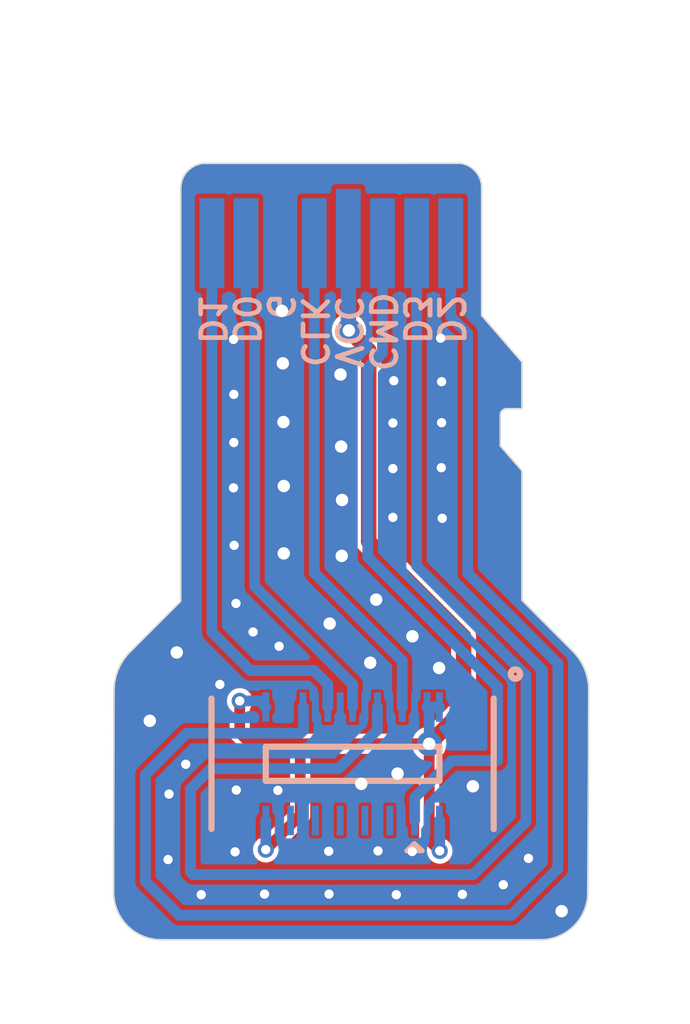
<source format=kicad_pcb>
(kicad_pcb (version 20221018) (generator pcbnew)
  (layers (0 "F.Cu" signal) (1 "In1.Cu" signal) (2 "In2.Cu" signal) (31 "B.Cu" signal) (34 "B.Paste" user) (35 "F.Paste" user) (36 "B.SilkS" user "B.Silkscreen") (37 "F.SilkS" user "F.Silkscreen") (38 "B.Mask" user) (39 "F.Mask" user) (44 "Edge.Cuts" user))
  (net 0 "")
  (net 1 "VSS")
  (net 2 "VCC")
  (net 3 "DAT0")
  (net 4 "DAT1")
  (net 5 "DAT2")
  (net 6 "DAT3")
  (net 7 "DAT4")
  (net 8 "DAT5")
  (net 9 "DAT6")
  (net 10 "DAT7")
  (net 11 "DS")
  (net 12 "CMD")
  (net 13 "CLK")
  (footprint "mmcblkNX:500913-0302" (layer "B.Cu") (at 144.81 90.865)
    (fp_text reference "J2" hide)
    (fp_text value "500913-0302" hide)
    (fp_line (start -4.8 -2.1) (end -4.8 2.1) (stroke (width 0.2)) (layer "B.SilkS"))
    (fp_line (start -3.05 -0.55) (end -3.05 0.55) (stroke (width 0.2)) (layer "B.SilkS"))
    (fp_line (start -3.05 0.55) (end 2.55 0.55) (stroke (width 0.2)) (layer "B.SilkS"))
    (fp_line (start 2.55 -0.55) (end -3.05 -0.55) (stroke (width 0.2)) (layer "B.SilkS"))
    (fp_line (start 2.55 0.55) (end 2.55 -0.55) (stroke (width 0.2)) (layer "B.SilkS"))
    (fp_line (start 4.3 -2.1) (end 4.3 2.1) (stroke (width 0.2)) (layer "B.SilkS"))
    (fp_circle (center 5 -2.89) (end 4.85 -2.89) (stroke (width 0.2)) (fill none) (layer "B.SilkS"))
    (fp_circle (center 5 -2.89) (end 4.95 -2.89) (stroke (width 0.2)) (fill none) (layer "B.SilkS"))
    (pad "1" smd rect (at 2.55 -1.825) (size 0.22 0.95) (layers "B.Cu" "B.Paste" "B.Mask") (net 2 "VCC"))
    (pad "2" smd rect (at 2.15 -1.825) (size 0.22 0.95) (layers "B.Cu" "B.Paste" "B.Mask") (net 2 "VCC"))
    (pad "3" smd rect (at 1.75 -1.825) (size 0.22 0.95) (layers "B.Cu" "B.Paste" "B.Mask") (net 1 "VSS"))
    (pad "4" smd rect (at 1.35 -1.825) (size 0.22 0.95) (layers "B.Cu" "B.Paste" "B.Mask") (net 13 "CLK"))
    (pad "5" smd rect (at 0.95 -1.825) (size 0.22 0.95) (layers "B.Cu" "B.Paste" "B.Mask") (net 1 "VSS"))
    (pad "6" smd rect (at 0.55 -1.825) (size 0.22 0.95) (layers "B.Cu" "B.Paste" "B.Mask") (net 6 "DAT3"))
    (pad "7" smd rect (at 0.15 -1.825) (size 0.22 0.95) (layers "B.Cu" "B.Paste" "B.Mask") (net 1 "VSS"))
    (pad "8" smd rect (at -0.25 -1.825) (size 0.22 0.95) (layers "B.Cu" "B.Paste" "B.Mask") (net 3 "DAT0"))
    (pad "9" smd rect (at -0.65 -1.825) (size 0.22 0.95) (layers "B.Cu" "B.Paste" "B.Mask") (net 1 "VSS"))
    (pad "10" smd rect (at -1.05 -1.825) (size 0.22 0.95) (layers "B.Cu" "B.Paste" "B.Mask") (net 4 "DAT1"))
    (pad "11" smd rect (at -1.45 -1.825) (size 0.22 0.95) (layers "B.Cu" "B.Paste" "B.Mask") (net 1 "VSS"))
    (pad "12" smd rect (at -1.85 -1.825) (size 0.22 0.95) (layers "B.Cu" "B.Paste" "B.Mask") (net 5 "DAT2"))
    (pad "13" smd rect (at -2.25 -1.825) (size 0.22 0.95) (layers "B.Cu" "B.Paste" "B.Mask") (net 1 "VSS"))
    (pad "14" smd rect (at -2.65 -1.825) (size 0.22 0.95) (layers "B.Cu" "B.Paste" "B.Mask") (net 1 "VSS"))
    (pad "15" smd rect (at -3.05 -1.825) (size 0.22 0.95) (layers "B.Cu" "B.Paste" "B.Mask") (net 2 "VCC"))
    (pad "16" smd rect (at -3.05 1.825) (size 0.22 0.95) (layers "B.Cu" "B.Paste" "B.Mask") (net 2 "VCC"))
    (pad "17" smd rect (at -2.65 1.825) (size 0.22 0.95) (layers "B.Cu" "B.Paste" "B.Mask") (net 1 "VSS"))
    (pad "18" smd rect (at -2.25 1.825) (size 0.22 0.95) (layers "B.Cu" "B.Paste" "B.Mask") (net 10 "DAT7"))
    (pad "19" smd rect (at -1.85 1.825) (size 0.22 0.95) (layers "B.Cu" "B.Paste" "B.Mask") (net 1 "VSS"))
    (pad "20" smd rect (at -1.45 1.825) (size 0.22 0.95) (layers "B.Cu" "B.Paste" "B.Mask") (net 9 "DAT6"))
    (pad "21" smd rect (at -1.05 1.825) (size 0.22 0.95) (layers "B.Cu" "B.Paste" "B.Mask") (net 1 "VSS"))
    (pad "22" smd rect (at -0.65 1.825) (size 0.22 0.95) (layers "B.Cu" "B.Paste" "B.Mask") (net 8 "DAT5"))
    (pad "23" smd rect (at -0.25 1.825) (size 0.22 0.95) (layers "B.Cu" "B.Paste" "B.Mask") (net 1 "VSS"))
    (pad "24" smd rect (at 0.15 1.825) (size 0.22 0.95) (layers "B.Cu" "B.Paste" "B.Mask") (net 7 "DAT4"))
    (pad "25" smd rect (at 0.55 1.825) (size 0.22 0.95) (layers "B.Cu" "B.Paste" "B.Mask") (net 1 "VSS"))
    (pad "26" smd rect (at 0.95 1.825) (size 0.22 0.95) (layers "B.Cu" "B.Paste" "B.Mask") (net 11 "DS"))
    (pad "27" smd rect (at 1.35 1.825) (size 0.22 0.95) (layers "B.Cu" "B.Paste" "B.Mask") (net 1 "VSS"))
    (pad "28" smd rect (at 1.75 1.825) (size 0.22 0.95) (layers "B.Cu" "B.Paste" "B.Mask") (net 12 "CMD"))
    (pad "29" smd rect (at 2.15 1.825) (size 0.22 0.95) (layers "B.Cu" "B.Paste" "B.Mask") (net 1 "VSS"))
    (pad "30" smd rect (at 2.55 1.825) (size 0.22 0.95) (layers "B.Cu" "B.Paste" "B.Mask") (net 2 "VCC"))
    (pad "31" smd rect (at -4.05 1.825) (size 1 0.95) (layers "B.Cu" "B.Paste" "B.Mask") (net 1 "VSS"))
    (pad "31" smd rect (at 3.55 -1.825) (size 1 0.95) (layers "B.Cu" "B.Paste" "B.Mask") (net 1 "VSS"))
    (pad "31" smd rect (at 3.55 1.825) (size 1 0.95) (layers "B.Cu" "B.Paste" "B.Mask") (net 1 "VSS"))
  )
  (footprint "Voltlog:microSD_card" (layer "B.Cu") (at 143.873334 80.301935 180)
    (fp_text reference "J1" hide)
    (fp_text value "Micro_SD_Card")
    (pad "1" smd rect (at -3.85 6.2 180) (size 0.8 2.9) (layers "B.Cu" "B.Mask") (net 5 "DAT2"))
    (pad "2" smd rect (at -2.75 6.2 180) (size 0.8 2.9) (layers "B.Cu" "B.Mask") (net 6 "DAT3"))
    (pad "3" smd rect (at -1.65 6.2 180) (size 0.8 2.9) (layers "B.Cu" "B.Mask") (net 12 "CMD"))
    (pad "4" smd rect (at -0.55 6.35 180) (size 0.8 3.2) (layers "B.Cu" "B.Mask") (net 2 "VCC"))
    (pad "5" smd rect (at 0.55 6.2 180) (size 0.8 2.9) (layers "B.Cu" "B.Mask") (net 13 "CLK"))
    (pad "6" smd rect (at 1.65 6.35 180) (size 0.8 3.2) (layers "B.Cu" "B.Mask") (net 1 "VSS"))
    (pad "7" smd rect (at 2.75 6.2 180) (size 0.8 2.9) (layers "B.Cu" "B.Mask") (net 3 "DAT0"))
    (pad "8" smd rect (at 3.85 6.2 180) (size 0.8 2.9) (layers "B.Cu" "B.Mask") (net 4 "DAT1"))
  )
  (gr_poly (pts (xy 146.55 93.429209) (xy 146.3 93.67) (xy 146.81 93.67) (xy 146.81 93.66) (xy 146.55 93.43) (xy 146.560211 93.439789)) (stroke (width 0.15)) (fill solid) (layer "B.SilkS"))
  (gr_line (start 150.613561 96.53) (end 138.386439 96.53) (stroke (width 0.05)) (layer "Edge.Cuts"))
  (gr_line (start 150.02 79.43) (end 150.02 77.93) (stroke (width 0.05)) (layer "Edge.Cuts"))
  (gr_arc (start 151.651935 87.23387) (mid 152.038166 87.811907) (end 152.173794 88.493748) (stroke (width 0.05)) (layer "Edge.Cuts"))
  (gr_line (start 150.02 77.93) (end 148.72 76.43) (stroke (width 0.05)) (layer "Edge.Cuts"))
  (gr_arc (start 152.143567 94.999998) (mid 151.695428 96.081865) (end 150.613561 96.53) (stroke (width 0.05)) (layer "Edge.Cuts"))
  (gr_arc (start 149.32 79.63) (mid 149.378579 79.488579) (end 149.52 79.43) (stroke (width 0.05)) (layer "Edge.Cuts"))
  (gr_line (start 139.02 85.63) (end 137.388065 87.261935) (stroke (width 0.05)) (layer "Edge.Cuts"))
  (gr_line (start 152.173794 88.493748) (end 152.143567 94.999998) (stroke (width 0.05)) (layer "Edge.Cuts"))
  (gr_line (start 148.72 76.43) (end 148.72 72.33) (stroke (width 0.05)) (layer "Edge.Cuts"))
  (gr_line (start 149.32 80.63) (end 149.32 79.63) (stroke (width 0.05)) (layer "Edge.Cuts"))
  (gr_arc (start 148.019512 71.529795) (mid 148.525403 71.793646) (end 148.72 72.33) (stroke (width 0.05)) (layer "Edge.Cuts"))
  (gr_line (start 139.02011 72.343269) (end 139.02 85.63) (stroke (width 0.05)) (layer "Edge.Cuts"))
  (gr_arc (start 136.866206 88.521813) (mid 137.001833 87.839972) (end 137.388065 87.261935) (stroke (width 0.05)) (layer "Edge.Cuts"))
  (gr_line (start 150.02 79.43) (end 149.52 79.43) (stroke (width 0.05)) (layer "Edge.Cuts"))
  (gr_line (start 150.02 81.43) (end 149.32 80.63) (stroke (width 0.05)) (layer "Edge.Cuts"))
  (gr_arc (start 139.02011 72.343269) (mid 139.249643 71.769025) (end 139.82 71.53) (stroke (width 0.05)) (layer "Edge.Cuts"))
  (gr_line (start 139.82 71.53) (end 148.019512 71.529795) (stroke (width 0.05)) (layer "Edge.Cuts"))
  (gr_line (start 136.856433 94.999998) (end 136.866206 88.521813) (stroke (width 0.05)) (layer "Edge.Cuts"))
  (gr_arc (start 138.386439 96.53) (mid 137.304544 96.081879) (end 136.856433 94.999998) (stroke (width 0.05)) (layer "Edge.Cuts"))
  (gr_line (start 150.02 85.601935) (end 150.02 81.43) (stroke (width 0.05)) (layer "Edge.Cuts"))
  (gr_line (start 151.651935 87.23387) (end 150.02 85.601935) (stroke (width 0.05)) (layer "Edge.Cuts"))
  (gr_text "D1" (at 140.023334 76.551935 270) (layer "B.SilkS") (effects (font (size 0.8 0.8)) (justify mirror)))
  (gr_text "D2" (at 147.723334 76.551935 270) (layer "B.SilkS") (effects (font (size 0.8 0.8)) (justify mirror)))
  (gr_text "CLK" (at 143.323334 76.951935 270) (layer "B.SilkS") (effects (font (size 0.8 0.8)) (justify mirror)))
  (gr_text "CMD" (at 145.523334 76.951935 270) (layer "B.SilkS") (effects (font (size 0.8 0.8)) (justify mirror)))
  (gr_text "G" (at 142.223334 76.151935 270) (layer "B.SilkS") (effects (font (size 0.8 0.8)) (justify mirror)))
  (gr_text "D3" (at 146.623334 76.551935 270) (layer "B.SilkS") (effects (font (size 0.8 0.8)) (justify mirror)))
  (gr_text "VCC" (at 144.423334 76.951935 270) (layer "B.SilkS") (effects (font (size 0.8 0.8)) (justify mirror)))
  (gr_text "D0" (at 141.123334 76.551935 270) (layer "B.SilkS") (effects (font (size 0.8 0.8)) (justify mirror)))
  (via (at 144.17 78.33) (size 0.8) (drill 0.4) (layers "F.Cu" "B.Cu") (net 1))
  (via (at 147.35 87.78) (size 0.8) (drill 0.4) (layers "F.Cu" "B.Cu") (net 1))
  (via (at 141.35 86.62) (size 0.52) (drill 0.3) (layers "F.Cu" "B.Cu") (net 1))
  (via (at 140.8 85.7) (size 0.52) (drill 0.3) (layers "F.Cu" "B.Cu") (net 1))
  (via (at 143.82 86.35) (size 0.8) (drill 0.4) (layers "F.Cu" "B.Cu") (net 1))
  (via (at 147.45 82.96) (size 0.52) (drill 0.3) (layers "F.Cu" "B.Cu") (net 1))
  (via (at 139.18 90.88) (size 0.52) (drill 0.3) (layers "F.Cu" "B.Cu") (net 1))
  (via (at 141.72 95.06) (size 0.52) (drill 0.3) (layers "F.Cu" "B.Cu") (net 1))
  (via (at 147.4 77.16) (size 0.52) (drill 0.3) (layers "F.Cu" "B.Cu") (net 1))
  (via (at 142.19 87.08) (size 0.52) (drill 0.3) (layers "F.Cu" "B.Cu") (net 1))
  (via (at 144.21 84.17) (size 0.8) (drill 0.4) (layers "F.Cu" "B.Cu") (net 1))
  (via (at 143.79 93.68) (size 0.52) (drill 0.3) (layers "F.Cu" "B.Cu") (net 1))
  (via (at 142.31 77.97) (size 0.8) (drill 0.4) (layers "F.Cu" "B.Cu") (net 1))
  (via (at 142.34 81.92) (size 0.8) (drill 0.4) (layers "F.Cu" "B.Cu") (net 1))
  (via (at 144.19 80.65) (size 0.8) (drill 0.4) (layers "F.Cu" "B.Cu") (net 1))
  (via (at 145.32 85.58) (size 0.8) (drill 0.4) (layers "F.Cu" "B.Cu") (net 1))
  (via (at 140.77 93.7) (size 0.52) (drill 0.3) (layers "F.Cu" "B.Cu") (net 1))
  (via (at 142.15 91.72) (size 0.52) (drill 0.3) (layers "F.Cu" "B.Cu") (net 1))
  (via (at 140.28 88.31) (size 0.52) (drill 0.3) (layers "F.Cu" "B.Cu") (net 1))
  (via (at 138.64 91.84) (size 0.52) (drill 0.3) (layers "F.Cu" "B.Cu") (net 1))
  (via (at 140.73 80.52) (size 0.52) (drill 0.3) (layers "F.Cu" "B.Cu") (net 1))
  (via (at 145.86 81.36) (size 0.52) (drill 0.3) (layers "F.Cu" "B.Cu") (net 1))
  (via (at 142.33 79.86) (size 0.8) (drill 0.4) (layers "F.Cu" "B.Cu") (net 1))
  (via (at 147.43 79.88) (size 0.52) (drill 0.3) (layers "F.Cu" "B.Cu") (net 1))
  (via (at 140.74 83.83) (size 0.52) (drill 0.3) (layers "F.Cu" "B.Cu") (net 1))
  (via (at 140.73 78.97) (size 0.52) (drill 0.3) (layers "F.Cu" "B.Cu") (net 1))
  (via (at 138.02 89.48) (size 0.8) (drill 0.4) (layers "F.Cu" "B.Cu") (net 1))
  (via (at 151.3 95.61) (size 0.8) (drill 0.4) (layers "F.Cu" "B.Cu") (net 1))
  (via (at 145.89 78.53) (size 0.52) (drill 0.3) (layers "F.Cu" "B.Cu") (net 1))
  (via (at 148.44 91.59) (size 0.8) (drill 0.4) (layers "F.Cu" "B.Cu") (net 1))
  (via (at 149.42 94.76) (size 0.52) (drill 0.3) (layers "F.Cu" "B.Cu") (net 1))
  (via (at 140.81 91.71) (size 0.52) (drill 0.3) (layers "F.Cu" "B.Cu") (net 1))
  (via (at 140.72 77.2) (size 0.52) (drill 0.3) (layers "F.Cu" "B.Cu") (net 1))
  (via (at 148.1 95.07) (size 0.52) (drill 0.3) (layers "F.Cu" "B.Cu") (net 1))
  (via (at 142.34 84.09) (size 0.8) (drill 0.4) (layers "F.Cu" "B.Cu") (net 1))
  (via (at 145.86 79.89) (size 0.52) (drill 0.3) (layers "F.Cu" "B.Cu") (net 1))
  (via (at 144.22 82.37) (size 0.8) (drill 0.4) (layers "F.Cu" "B.Cu") (net 1))
  (via (at 150.23 93.91) (size 0.52) (drill 0.3) (layers "F.Cu" "B.Cu") (net 1))
  (via (at 140.72 81.98) (size 0.52) (drill 0.3) (layers "F.Cu" "B.Cu") (net 1))
  (via (at 138.61 93.95) (size 0.52) (drill 0.3) (layers "F.Cu" "B.Cu") (net 1))
  (via (at 145.13 87.61) (size 0.8) (drill 0.4) (layers "F.Cu" "B.Cu") (net 1))
  (via (at 146.49 86.76) (size 0.8) (drill 0.4) (layers "F.Cu" "B.Cu") (net 1))
  (via (at 146.01 91.18) (size 0.8) (drill 0.4) (layers "F.Cu" "B.Cu") (net 1))
  (via (at 143.8 95.06) (size 0.52) (drill 0.3) (layers "F.Cu" "B.Cu") (net 1))
  (via (at 139.68 95.08) (size 0.52) (drill 0.3) (layers "F.Cu" "B.Cu") (net 1))
  (via (at 147.43 78.56) (size 0.52) (drill 0.3) (layers "F.Cu" "B.Cu") (net 1))
  (via (at 145.86 82.93) (size 0.52) (drill 0.3) (layers "F.Cu" "B.Cu") (net 1))
  (via (at 145.97 95.08) (size 0.52) (drill 0.3) (layers "F.Cu" "B.Cu") (net 1))
  (via (at 146.48 93.69) (size 0.52) (drill 0.3) (layers "F.Cu" "B.Cu") (net 1))
  (via (at 142.28 76.28) (size 0.8) (drill 0.4) (layers "F.Cu" "B.Cu") (net 1))
  (via (at 147.42 81.33) (size 0.52) (drill 0.3) (layers "F.Cu" "B.Cu") (net 1))
  (via (at 138.89 87.28) (size 0.8) (drill 0.4) (layers "F.Cu" "B.Cu") (net 1))
  (via (at 145.38 93.67) (size 0.52) (drill 0.3) (layers "F.Cu" "B.Cu") (net 1))
  (via (at 144.84 91.51) (size 0.8) (drill 0.4) (layers "F.Cu" "B.Cu") (net 1))
  (segment (start 147.03 93.33) (end 147.37 93.67) (width 0.349) (layer "F.Cu") (net 2))
  (segment (start 145.08 83.71) (end 148.14 86.77) (width 0.5) (layer "F.Cu") (net 2))
  (segment (start 141.27 90.22) (end 140.92 89.87) (width 0.349) (layer "F.Cu") (net 2))
  (segment (start 144.44 76.91) (end 145.08 77.55) (width 0.5) (layer "F.Cu") (net 2))
  (segment (start 145.08 77.55) (end 145.08 83.71) (width 0.5) (layer "F.Cu") (net 2))
  (segment (start 142.87 90.22) (end 141.27 90.22) (width 0.349) (layer "F.Cu") (net 2))
  (segment (start 141.76 93.63) (end 142.87 92.52) (width 0.349) (layer "F.Cu") (net 2))
  (segment (start 147.03 90.22) (end 142.87 90.22) (width 0.349) (layer "F.Cu") (net 2))
  (segment (start 148.14 89.11) (end 147.03 90.22) (width 0.5) (layer "F.Cu") (net 2))
  (segment (start 148.14 86.77) (end 148.14 89.11) (width 0.5) (layer "F.Cu") (net 2))
  (segment (start 147.03 90.22) (end 147.03 93.33) (width 0.349) (layer "F.Cu") (net 2))
  (segment (start 142.87 92.52) (end 142.87 90.22) (width 0.349) (layer "F.Cu") (net 2))
  (segment (start 140.92 89.87) (end 140.92 88.84) (width 0.349) (layer "F.Cu") (net 2))
  (via (at 140.92 88.84) (size 0.52) (drill 0.3) (layers "F.Cu" "B.Cu") (net 2))
  (via (at 147.37 93.67) (size 0.52) (drill 0.3) (layers "F.Cu" "B.Cu") (net 2))
  (via (at 144.44 76.91) (size 0.8) (drill 0.4) (layers "F.Cu" "B.Cu") (net 2))
  (via (at 141.76 93.63) (size 0.52) (drill 0.3) (layers "F.Cu" "B.Cu") (net 2))
  (via (at 147.03 90.22) (size 0.8) (drill 0.4) (layers "F.Cu" "B.Cu") (net 2))
  (segment (start 141.56 88.84) (end 141.76 89.04) (width 0.349) (layer "B.Cu") (net 2))
  (segment (start 147.03 89.11) (end 146.96 89.04) (width 0.349) (layer "B.Cu") (net 2))
  (segment (start 144.423334 76.893334) (end 144.44 76.91) (width 0.349) (layer "B.Cu") (net 2))
  (segment (start 146.96 89.04) (end 147.36 89.04) (width 0.349) (layer "B.Cu") (net 2))
  (segment (start 147.37 92.7) (end 147.36 92.69) (width 0.349) (layer "B.Cu") (net 2))
  (segment (start 144.423334 73.951935) (end 144.423334 76.893334) (width 0.5) (layer "B.Cu") (net 2))
  (segment (start 141.76 92.69) (end 141.76 93.63) (width 0.349) (layer "B.Cu") (net 2))
  (segment (start 147.37 93.67) (end 147.37 92.7) (width 0.349) (layer "B.Cu") (net 2))
  (segment (start 147.03 90.22) (end 147.03 89.11) (width 0.349) (layer "B.Cu") (net 2))
  (segment (start 140.92 88.84) (end 141.56 88.84) (width 0.349) (layer "B.Cu") (net 2))
  (segment (start 141.4 76.73) (end 141.4 85.146) (width 0.349) (layer "B.Cu") (net 3))
  (segment (start 141.123334 74.101935) (end 141.123334 76.453334) (width 0.349) (layer "B.Cu") (net 3))
  (segment (start 144.56 88.306) (end 144.56 89.04) (width 0.349) (layer "B.Cu") (net 3))
  (segment (start 141.4 85.146) (end 144.56 88.306) (width 0.349) (layer "B.Cu") (net 3))
  (segment (start 141.123334 76.453334) (end 141.4 76.73) (width 0.349) (layer "B.Cu") (net 3))
  (segment (start 143.76 88.306) (end 143.76 89.04) (width 0.349) (layer "B.Cu") (net 4))
  (segment (start 143.314 87.86) (end 143.76 88.306) (width 0.349) (layer "B.Cu") (net 4))
  (segment (start 140.023334 74.101935) (end 140.023334 86.623334) (width 0.349) (layer "B.Cu") (net 4))
  (segment (start 141.26 87.86) (end 143.314 87.86) (width 0.349) (layer "B.Cu") (net 4))
  (segment (start 140.023334 86.623334) (end 141.26 87.86) (width 0.349) (layer "B.Cu") (net 4))
  (segment (start 151.18 87.64) (end 151.18 94.24) (width 0.349) (layer "B.Cu") (net 5))
  (segment (start 138.97 95.74) (end 137.88 94.65) (width 0.349) (layer "B.Cu") (net 5))
  (segment (start 142.9755 89.0555) (end 142.96 89.04) (width 0.349) (layer "B.Cu") (net 5))
  (segment (start 142.88 89.88) (end 142.9755 89.7845) (width 0.349) (layer "B.Cu") (net 5))
  (segment (start 148.27 84.73) (end 151.18 87.64) (width 0.349) (layer "B.Cu") (net 5))
  (segment (start 137.88 91.21) (end 139.21 89.88) (width 0.349) (layer "B.Cu") (net 5))
  (segment (start 142.9755 89.7845) (end 142.9755 89.0555) (width 0.349) (layer "B.Cu") (net 5))
  (segment (start 147.723334 74.101935) (end 147.723334 76.463334) (width 0.349) (layer "B.Cu") (net 5))
  (segment (start 151.18 94.24) (end 149.68 95.74) (width 0.349) (layer "B.Cu") (net 5))
  (segment (start 149.68 95.74) (end 138.97 95.74) (width 0.349) (layer "B.Cu") (net 5))
  (segment (start 147.723334 76.463334) (end 148.27 77.01) (width 0.349) (layer "B.Cu") (net 5))
  (segment (start 148.27 77.01) (end 148.27 84.73) (width 0.349) (layer "B.Cu") (net 5))
  (segment (start 137.88 94.65) (end 137.88 91.21) (width 0.349) (layer "B.Cu") (net 5))
  (segment (start 139.21 89.88) (end 142.88 89.88) (width 0.349) (layer "B.Cu") (net 5))
  (segment (start 150.15 88.02) (end 150.15 92.73) (width 0.349) (layer "B.Cu") (net 6))
  (segment (start 139.99 91.02) (end 144.114 91.02) (width 0.349) (layer "B.Cu") (net 6))
  (segment (start 139.42 94.43) (end 139.33 94.34) (width 0.349) (layer "B.Cu") (net 6))
  (segment (start 139.33 91.68) (end 139.99 91.02) (width 0.349) (layer "B.Cu") (net 6))
  (segment (start 146.623334 84.493334) (end 150.15 88.02) (width 0.349) (layer "B.Cu") (net 6))
  (segment (start 145.36 89.774) (end 145.36 89.04) (width 0.349) (layer "B.Cu") (net 6))
  (segment (start 146.623334 74.101935) (end 146.623334 84.493334) (width 0.349) (layer "B.Cu") (net 6))
  (segment (start 148.45 94.43) (end 139.42 94.43) (width 0.349) (layer "B.Cu") (net 6))
  (segment (start 150.15 92.73) (end 148.45 94.43) (width 0.349) (layer "B.Cu") (net 6))
  (segment (start 139.33 94.34) (end 139.33 91.68) (width 0.349) (layer "B.Cu") (net 6))
  (segment (start 144.114 91.02) (end 145.36 89.774) (width 0.349) (layer "B.Cu") (net 6))
  (segment (start 149.23 88.386) (end 149.23 90.7655) (width 0.349) (layer "B.Cu") (net 12))
  (segment (start 145.523334 74.101935) (end 145.523334 77.636666) (width 0.349) (layer "B.Cu") (net 12))
  (segment (start 145.05 84.206) (end 149.23 88.386) (width 0.349) (layer "B.Cu") (net 12))
  (segment (start 146.56 91.956) (end 146.56 92.69) (width 0.349) (layer "B.Cu") (net 12))
  (segment (start 147.7505 90.7655) (end 146.56 91.956) (width 0.349) (layer "B.Cu") (net 12))
  (segment (start 145.523334 77.636666) (end 145.05 78.11) (width 0.349) (layer "B.Cu") (net 12))
  (segment (start 149.23 90.7655) (end 147.7505 90.7655) (width 0.349) (layer "B.Cu") (net 12))
  (segment (start 145.05 78.11) (end 145.05 84.206) (width 0.349) (layer "B.Cu") (net 12))
  (segment (start 146.16 87.55) (end 146.16 89.04) (width 0.349) (layer "B.Cu") (net 13))
  (segment (start 143.323334 84.713334) (end 146.16 87.55) (width 0.349) (layer "B.Cu") (net 13))
  (segment (start 143.323334 74.101935) (end 143.323334 84.713334) (width 0.349) (layer "B.Cu") (net 13))
  (zone (net 1) (net_name "VSS") (layers "F.Cu" "In1.Cu" "In2.Cu" "B.Cu") (connect_pads yes (clearance 0.15)) (min_thickness 0.2) (fill yes (thermal_gap 0.508) (thermal_bridge_width 0.508))
    (polygon (pts (xy 155.46 80.73) (xy 154.25 86.25) (xy 154.25 99.25) (xy 134.25 99.25) (xy 134.25 86.25) (xy 133.19 80.77) (xy 133.19 66.27) (xy 150.69 66.83)))
  )
)
</source>
